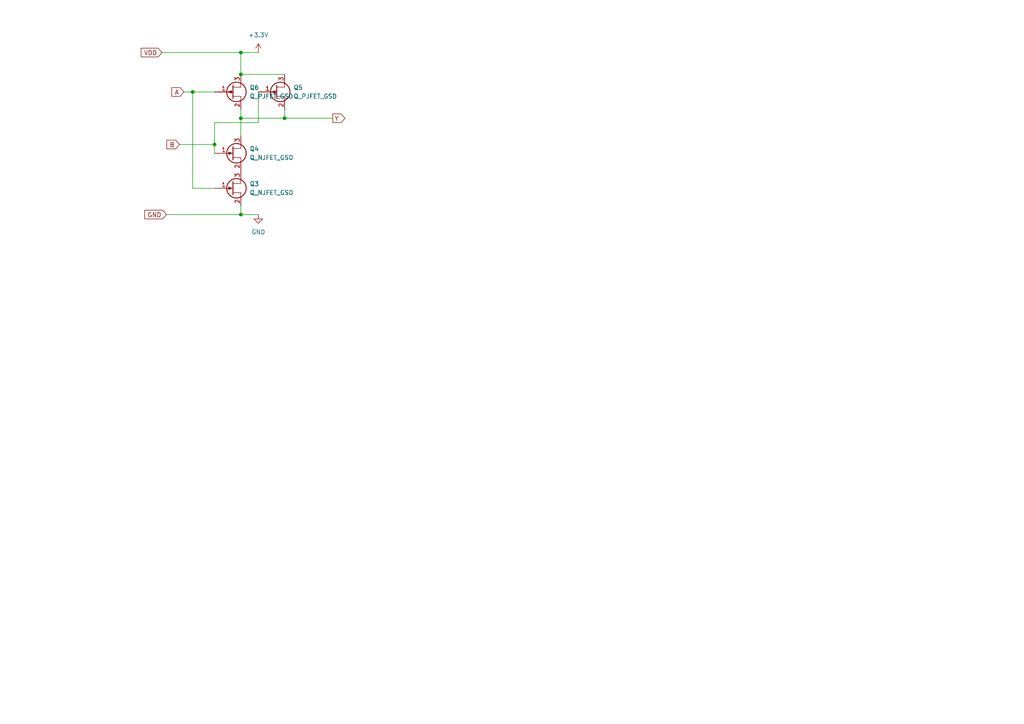
<source format=kicad_sch>
(kicad_sch (version 20250114) (generator "eeschema") (generator_version "9.0")
  (paper "A4")
  (lib_symbols
    (symbol "Device:Q_NJFET_GSD" (pin_names (offset 0) (hide yes))
      (property "Reference" "Q" (at 5.08 1.27 0))
      (property "Value" "Q_NJFET_GSD" (at 5.08 -1.27 0))
      (symbol "Q_NJFET_GSD_0_1"
        (polyline (pts (xy 0 0) (xy -1.016 0.381) (xy -1.016 -0.381) (xy 0 0)) (fill (type outline)))
        (polyline (pts (xy 0.254 1.905) (xy 0.254 -1.905) (xy 0.254 -1.905)) (stroke (width 0.254)))
        (circle (center 1.27 0) (radius 2.8194) (stroke (width 0.254)))
        (polyline (pts (xy 2.54 2.54) (xy 2.54 1.397) (xy 0.254 1.397)))
        (polyline (pts (xy 2.54 -2.54) (xy 2.54 -1.27) (xy 0.254 -1.27)))
      )
      (symbol "Q_NJFET_GSD_1_1"
        (pin input line (at -5.08 0 0) (length 5.334) (name "G") (number "1"))
        (pin passive line (at 2.54 5.08 270) (length 2.54) (name "D") (number "3"))
        (pin passive line (at 2.54 -5.08 90) (length 2.54) (name "S") (number "2"))
      )
    )
    (symbol "Device:Q_PJFET_GSD" (pin_names (offset 0) (hide yes))
      (property "Reference" "Q" (at 5.08 1.27 0))
      (property "Value" "Q_PJFET_GSD" (at 5.08 -1.27 0))
      (symbol "Q_PJFET_GSD_0_1"
        (polyline (pts (xy -1.143 0) (xy -0.127 0.381) (xy -0.127 -0.381) (xy -1.143 0)) (fill (type outline)))
        (polyline (pts (xy 0.254 1.905) (xy 0.254 -1.905) (xy 0.254 -1.905)) (stroke (width 0.254)))
        (circle (center 1.27 0) (radius 2.8194) (stroke (width 0.254)))
        (polyline (pts (xy 2.54 2.54) (xy 2.54 1.397) (xy 0.254 1.397)))
        (polyline (pts (xy 2.54 -2.54) (xy 2.54 -1.27) (xy 0.254 -1.27)))
      )
      (symbol "Q_PJFET_GSD_1_1"
        (pin input line (at -5.08 0 0) (length 5.334) (name "G") (number "1"))
        (pin passive line (at 2.54 5.08 270) (length 2.54) (name "D") (number "3"))
        (pin passive line (at 2.54 -5.08 90) (length 2.54) (name "S") (number "2"))
      )
    )
    (symbol "power:+3.3V" (power) (pin_numbers (hide yes)) (pin_names (offset 0) (hide yes))
      (property "Value" "+3.3V" (at 0 3.556 0))
      (symbol "+3.3V_0_1"
        (polyline (pts (xy -0.762 1.27) (xy 0 2.54)))
        (polyline (pts (xy 0 2.54) (xy 0.762 1.27)))
        (polyline (pts (xy 0 0) (xy 0 2.54)))
      )
      (symbol "+3.3V_1_1"
        (pin power_in line (at 0 0 90) (length 0) (name "~") (number "1"))
      )
    )
    (symbol "power:GND" (power) (pin_numbers (hide yes)) (pin_names (offset 0) (hide yes))
      (property "Value" "GND" (at 0 -3.81 0))
      (symbol "GND_0_1"
        (polyline (pts (xy 0 0) (xy 0 -1.27) (xy 1.27 -1.27) (xy 0 -2.54) (xy -1.27 -1.27) (xy 0 -1.27)))
      )
      (symbol "GND_1_1"
        (pin power_in line (at 0 0 270) (length 0) (name "~") (number "1"))
      )
    )
  )
  (junction (at 69.85 21.59))
  (junction (at 69.85 34.29))
  (junction (at 82.55 34.29))
  (junction (at 69.85 62.23))
  (junction (at 55.88 26.67))
  (junction (at 69.85 15.24))
  (junction (at 62.23 41.91))
  (wire (pts (xy 74.93 35.56) (xy 62.23 35.56)))
  (wire (pts (xy 69.85 15.24) (xy 69.85 21.59)))
  (wire (pts (xy 69.85 59.69) (xy 69.85 62.23)))
  (wire (pts (xy 52.07 41.91) (xy 62.23 41.91)))
  (wire (pts (xy 69.85 62.23) (xy 74.93 62.23)))
  (wire (pts (xy 69.85 34.29) (xy 82.55 34.29)))
  (wire (pts (xy 55.88 54.61) (xy 62.23 54.61)))
  (wire (pts (xy 69.85 21.59) (xy 82.55 21.59)))
  (wire (pts (xy 62.23 41.91) (xy 62.23 44.45)))
  (wire (pts (xy 53.34 26.67) (xy 55.88 26.67)))
  (wire (pts (xy 69.85 34.29) (xy 69.85 39.37)))
  (wire (pts (xy 55.88 26.67) (xy 55.88 54.61)))
  (wire (pts (xy 55.88 26.67) (xy 62.23 26.67)))
  (wire (pts (xy 62.23 35.56) (xy 62.23 41.91)))
  (wire (pts (xy 74.93 26.67) (xy 74.93 35.56)))
  (wire (pts (xy 48.26 62.23) (xy 69.85 62.23)))
  (wire (pts (xy 82.55 34.29) (xy 96.52 34.29)))
  (wire (pts (xy 69.85 15.24) (xy 74.93 15.24)))
  (wire (pts (xy 46.99 15.24) (xy 69.85 15.24)))
  (wire (pts (xy 69.85 31.75) (xy 69.85 34.29)))
  (wire (pts (xy 82.55 31.75) (xy 82.55 34.29)))
  (global_label "A" (shape input) (at 53.34 26.67 180) (property "Intersheetrefs" "${INTERSHEET_REFS}" (effects (hide yes))))
  (global_label "B" (shape input) (at 52.07 41.91 180) (property "Intersheetrefs" "${INTERSHEET_REFS}" (effects (hide yes))))
  (global_label "GND" (shape input) (at 48.26 62.23 180) (property "Intersheetrefs" "${INTERSHEET_REFS}" (effects (hide yes))))
  (global_label "VDD" (shape input) (at 46.99 15.24 180) (property "Intersheetrefs" "${INTERSHEET_REFS}" (effects (hide yes))))
  (global_label "Y" (shape output) (at 96.52 34.29 0) (property "Intersheetrefs" "${INTERSHEET_REFS}" (effects (hide yes))))
  (symbol (lib_id "Device:Q_NJFET_GSD") (at 67.31 54.61 0) (unit 1)
    (property "Reference" "Q3" (at 72.39 53.3399 0) (effects (justify left)))
    (property "Value" "Q_NJFET_GSD" (at 72.39 55.8799 0) (effects (justify left)))
    (property "Footprint" "Package_TO_SOT_SMD:SOT-523" (effects (hide yes)))
    (property "Description" "N-JFET transistor, gate/source/drain" (effects (hide yes)))
  )
  (symbol (lib_id "Device:Q_PJFET_GSD") (at 80.01 26.67 0) (unit 1)
    (property "Reference" "Q5" (at 85.09 25.3999 0) (effects (justify left)))
    (property "Value" "Q_PJFET_GSD" (at 85.09 27.9399 0) (effects (justify left)))
    (property "Footprint" "Package_TO_SOT_SMD:SOT-523" (effects (hide yes)))
    (property "Description" "P-JFET transistor, gate/source/drain" (effects (hide yes)))
  )
  (symbol (lib_id "power:+3.3V") (at 74.93 15.24 0) (unit 1)
    (property "Reference" "#PWR01" (effects (hide yes)))
    (property "Value" "+3.3V" (at 74.93 10.16 0))
    (property "Description" "Power symbol creates a global label with name \"+3.3V\"" (effects (hide yes)))
  )
  (symbol (lib_id "Device:Q_NJFET_GSD") (at 67.31 44.45 0) (unit 1)
    (property "Reference" "Q4" (at 72.39 43.1799 0) (effects (justify left)))
    (property "Value" "Q_NJFET_GSD" (at 72.39 45.7199 0) (effects (justify left)))
    (property "Footprint" "Package_TO_SOT_SMD:SOT-523" (effects (hide yes)))
    (property "Description" "N-JFET transistor, gate/source/drain" (effects (hide yes)))
  )
  (symbol (lib_id "Device:Q_PJFET_GSD") (at 67.31 26.67 0) (unit 1)
    (property "Reference" "Q6" (at 72.39 25.3999 0) (effects (justify left)))
    (property "Value" "Q_PJFET_GSD" (at 72.39 27.9399 0) (effects (justify left)))
    (property "Footprint" "Package_TO_SOT_SMD:SOT-523" (effects (hide yes)))
    (property "Description" "P-JFET transistor, gate/source/drain" (effects (hide yes)))
  )
  (symbol (lib_id "power:GND") (at 74.93 62.23 0) (unit 1)
    (property "Reference" "#PWR02" (effects (hide yes)))
    (property "Value" "GND" (at 74.93 67.31 0))
    (property "Description" "Power symbol creates a global label with name \"GND\" , ground" (effects (hide yes)))
  )
)
</source>
